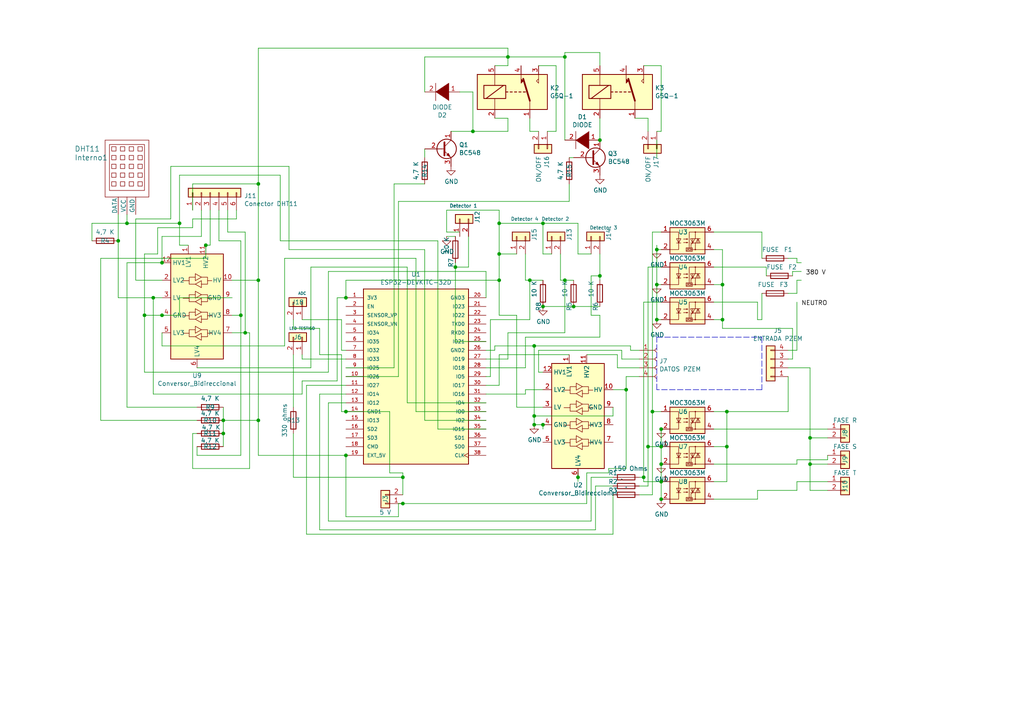
<source format=kicad_sch>
(kicad_sch (version 20231120) (generator "eeschema") (generator_version "8.0")
  (paper "A4")
  (lib_symbols
    (symbol "Connector_Generic:Conn_01x02" (pin_names (offset 1.016) hide)
      (property "Reference" "J" (at 0 2.54 0))
      (property "Value" "Conn_01x02" (at 0 -5.08 0))
      (symbol "Conn_01x02_1_1"
        (pin passive line (at -5.08 0 0) (length 3.81) (name "Pin_1") (number "1"))
        (pin passive line (at -5.08 -2.54 0) (length 3.81) (name "Pin_2") (number "2"))
      )
    )
    (symbol "Connector_Generic:Conn_01x04" (pin_names (offset 1.016) hide)
      (property "Reference" "J" (at 0 5.08 0))
      (property "Value" "Conn_01x04" (at 0 -7.62 0))
      (symbol "Conn_01x04_1_1"
        (pin passive line (at -5.08 2.54 0) (length 3.81) (name "Pin_1") (number "1"))
        (pin passive line (at -5.08 0 0) (length 3.81) (name "Pin_2") (number "2"))
        (pin passive line (at -5.08 -2.54 0) (length 3.81) (name "Pin_3") (number "3"))
        (pin passive line (at -5.08 -5.08 0) (length 3.81) (name "Pin_4") (number "4"))
      )
    )
    (symbol "Connector_Generic:Conn_01x06" (pin_names (offset 1.016) hide)
      (property "Reference" "J" (at 0 7.62 0))
      (property "Value" "Conn_01x06" (at 0 -10.16 0))
      (symbol "Conn_01x06_1_1"
        (pin passive line (at -5.08 5.08 0) (length 3.81) (name "Pin_1") (number "1"))
        (pin passive line (at -5.08 2.54 0) (length 3.81) (name "Pin_2") (number "2"))
        (pin passive line (at -5.08 0 0) (length 3.81) (name "Pin_3") (number "3"))
        (pin passive line (at -5.08 -2.54 0) (length 3.81) (name "Pin_4") (number "4"))
        (pin passive line (at -5.08 -5.08 0) (length 3.81) (name "Pin_5") (number "5"))
        (pin passive line (at -5.08 -7.62 0) (length 3.81) (name "Pin_6") (number "6"))
      )
    )
    (symbol "Device:Fuse" (pin_numbers hide) (pin_names (offset 0))
      (property "Reference" "F" (at 2.032 0 90))
      (property "Value" "Fuse" (at -1.905 0 90))
      (symbol "Fuse_1_1"
        (pin passive line (at 0 3.81 270) (length 1.27) (name "~") (number "1"))
        (pin passive line (at 0 -3.81 90) (length 1.27) (name "~") (number "2"))
      )
    )
    (symbol "MODULO-IoT-rescue:Conn_01x04_Female-Connector" (pin_names (offset 1.016) hide)
      (property "Reference" "J" (at 0 5.08 0))
      (property "Value" "Connector_Conn_01x04_Female" (at 0 -7.62 0))
      (symbol "Conn_01x04_Female-Connector_1_1"
        (pin passive line (at -5.08 2.54 0) (length 3.81) (name "Pin_1") (number "1"))
        (pin passive line (at -5.08 0 0) (length 3.81) (name "Pin_2") (number "2"))
        (pin passive line (at -5.08 -2.54 0) (length 3.81) (name "Pin_3") (number "3"))
        (pin passive line (at -5.08 -5.08 0) (length 3.81) (name "Pin_4") (number "4"))
      )
    )
    (symbol "MODULO-IoT-rescue:DHT11_Temperature_Humidity-sensors" (pin_numbers hide) (pin_names (offset 0))
      (property "Reference" "TH" (at 0 26.67 0))
      (property "Value" "sensors_DHT11_Temperature_Humidity" (at 0 24.13 0))
      (symbol "DHT11_Temperature_Humidity-sensors_1_1"
        (pin input line (at -2.54 0 90) (length 5.08) (name "DATA") (number "1"))
        (pin power_in line (at 0 0 90) (length 5.08) (name "VCC") (number "2"))
        (pin power_in line (at 2.54 0 90) (length 5.08) (name "GND") (number "3"))
      )
    )
    (symbol "MODULO-IoT-rescue:DIODE-pspice" (pin_names (offset 1.016) hide)
      (property "Reference" "D" (at 0 3.81 0))
      (property "Value" "pspice_DIODE" (at 0 -4.445 0))
      (symbol "DIODE-pspice_1_1"
        (pin input line (at -5.08 0 0) (length 3.81) (name "K") (number "1"))
        (pin input line (at 5.08 0 180) (length 3.81) (name "A") (number "2"))
      )
    )
    (symbol "MODULO-IoT-rescue:ESP32-DEVKITC-32D-ESP32-DEVKITC-32D" (pin_names (offset 1.016))
      (property "Reference" "U" (at -15.2654 26.0604 0))
      (property "Value" "ESP32-DEVKITC-32D_ESP32-DEVKITC-32D" (at -15.2654 -27.9654 0))
      (symbol "ESP32-DEVKITC-32D-ESP32-DEVKITC-32D_0_0"
        (pin power_in line (at -20.32 22.86 0) (length 5.08) (name "3V3") (number "1"))
        (pin bidirectional line (at -20.32 0 0) (length 5.08) (name "IO26") (number "10"))
        (pin bidirectional line (at -20.32 -2.54 0) (length 5.08) (name "IO27") (number "11"))
        (pin bidirectional line (at -20.32 -5.08 0) (length 5.08) (name "IO14") (number "12"))
        (pin bidirectional line (at -20.32 -7.62 0) (length 5.08) (name "IO12") (number "13"))
        (pin power_in line (at -20.32 -10.16 0) (length 5.08) (name "GND1") (number "14"))
        (pin bidirectional line (at -20.32 -12.7 0) (length 5.08) (name "IO13") (number "15"))
        (pin bidirectional line (at -20.32 -15.24 0) (length 5.08) (name "SD2") (number "16"))
        (pin bidirectional line (at -20.32 -17.78 0) (length 5.08) (name "SD3") (number "17"))
        (pin bidirectional line (at -20.32 -20.32 0) (length 5.08) (name "CMD") (number "18"))
        (pin power_in line (at -20.32 -22.86 0) (length 5.08) (name "EXT_5V") (number "19"))
        (pin input line (at -20.32 20.32 0) (length 5.08) (name "EN") (number "2"))
        (pin power_in line (at 20.32 22.86 180) (length 5.08) (name "GND3") (number "20"))
        (pin bidirectional line (at 20.32 20.32 180) (length 5.08) (name "IO23") (number "21"))
        (pin bidirectional line (at 20.32 17.78 180) (length 5.08) (name "IO22") (number "22"))
        (pin output line (at 20.32 15.24 180) (length 5.08) (name "TXD0") (number "23"))
        (pin input line (at 20.32 12.7 180) (length 5.08) (name "RXD0") (number "24"))
        (pin bidirectional line (at 20.32 10.16 180) (length 5.08) (name "IO21") (number "25"))
        (pin power_in line (at 20.32 7.62 180) (length 5.08) (name "GND2") (number "26"))
        (pin bidirectional line (at 20.32 5.08 180) (length 5.08) (name "IO19") (number "27"))
        (pin bidirectional line (at 20.32 2.54 180) (length 5.08) (name "IO18") (number "28"))
        (pin bidirectional line (at 20.32 0 180) (length 5.08) (name "IO5") (number "29"))
        (pin input line (at -20.32 17.78 0) (length 5.08) (name "SENSOR_VP") (number "3"))
        (pin bidirectional line (at 20.32 -2.54 180) (length 5.08) (name "IO17") (number "30"))
        (pin bidirectional line (at 20.32 -5.08 180) (length 5.08) (name "IO16") (number "31"))
        (pin bidirectional line (at 20.32 -7.62 180) (length 5.08) (name "IO4") (number "32"))
        (pin bidirectional line (at 20.32 -10.16 180) (length 5.08) (name "IO0") (number "33"))
        (pin bidirectional line (at 20.32 -12.7 180) (length 5.08) (name "IO2") (number "34"))
        (pin bidirectional line (at 20.32 -15.24 180) (length 5.08) (name "IO15") (number "35"))
        (pin bidirectional line (at 20.32 -17.78 180) (length 5.08) (name "SD1") (number "36"))
        (pin bidirectional line (at 20.32 -20.32 180) (length 5.08) (name "SD0") (number "37"))
        (pin input clock (at 20.32 -22.86 180) (length 5.08) (name "CLK") (number "38"))
        (pin input line (at -20.32 15.24 0) (length 5.08) (name "SENSOR_VN") (number "4"))
        (pin bidirectional line (at -20.32 12.7 0) (length 5.08) (name "IO34") (number "5"))
        (pin bidirectional line (at -20.32 10.16 0) (length 5.08) (name "IO35") (number "6"))
        (pin bidirectional line (at -20.32 7.62 0) (length 5.08) (name "IO32") (number "7"))
        (pin bidirectional line (at -20.32 5.08 0) (length 5.08) (name "IO33") (number "8"))
        (pin bidirectional line (at -20.32 2.54 0) (length 5.08) (name "IO25") (number "9"))
      )
    )
    (symbol "MODULO-IoT-rescue:GND-power" (power) (pin_names (offset 0))
      (property "Value" "power_GND" (at 0 -3.81 0))
      (symbol "GND-power_1_1"
        (pin power_in line (at 0 0 270) (length 0) hide (name "GND") (number "1"))
      )
    )
    (symbol "MODULO-IoT-rescue:TXB0104RUT-New_Library_1"
      (property "Reference" "U" (at -6.35 16.51 0))
      (property "Value" "New_Library_1_TXB0104RUT" (at 3.81 16.51 0))
      (symbol "TXB0104RUT-New_Library_1_1_1"
        (pin bidirectional line (at -2.54 17.78 270) (length 2.54) (name "LV1") (number "1"))
        (pin power_in line (at 10.16 7.62 180) (length 2.54) (name "HV") (number "10"))
        (pin bidirectional line (at 2.54 17.78 270) (length 2.54) (name "HV2") (number "11"))
        (pin bidirectional line (at -10.16 12.7 0) (length 2.54) (name "HV1") (number "12"))
        (pin bidirectional line (at -10.16 7.62 0) (length 2.54) (name "LV2") (number "2"))
        (pin power_in line (at -10.16 2.54 0) (length 2.54) (name "LV") (number "3"))
        (pin power_in line (at -10.16 -2.54 0) (length 2.54) (name "GND") (number "4"))
        (pin bidirectional line (at -10.16 -7.62 0) (length 2.54) (name "LV3") (number "5"))
        (pin bidirectional line (at 0 -17.78 90) (length 2.54) (name "LV4") (number "6"))
        (pin bidirectional line (at 10.16 -7.62 180) (length 2.54) (name "HV4") (number "7"))
        (pin bidirectional line (at 10.16 -2.54 180) (length 2.54) (name "HV3") (number "8"))
        (pin power_in line (at 10.16 2.54 180) (length 2.54) (name "GND") (number "9"))
      )
    )
    (symbol "Relay:G5LE-1"
      (property "Reference" "K" (at 11.43 3.81 0))
      (property "Value" "G5LE-1" (at 11.43 1.27 0))
      (symbol "G5LE-1_1_1"
        (pin passive line (at 5.08 -7.62 90) (length 2.54) (name "~") (number "1"))
        (pin passive line (at -5.08 -7.62 90) (length 2.54) (name "~") (number "2"))
        (pin passive line (at 7.62 7.62 270) (length 2.54) (name "~") (number "3"))
        (pin passive line (at 2.54 7.62 270) (length 2.54) (name "~") (number "4"))
        (pin passive line (at -5.08 7.62 270) (length 2.54) (name "~") (number "5"))
      )
    )
    (symbol "Relay_SolidState:MOC3063M"
      (property "Reference" "U" (at -5.08 5.08 0))
      (property "Value" "MOC3063M" (at 0 5.08 0))
      (symbol "MOC3063M_0_0"
        (text "ZCD" (at 0.508 -2.54 0) (effects (font (size 0.508 0.508))))
      )
      (symbol "MOC3063M_1_1"
        (pin passive line (at -7.62 2.54 0) (length 2.54) (name "~") (number "1"))
        (pin passive line (at -7.62 -2.54 0) (length 2.54) (name "~") (number "2"))
        (pin no_connect line (at -5.08 0 0) (length 2.54) hide (name "NC") (number "3"))
        (pin passive line (at 7.62 -2.54 180) (length 2.54) (name "~") (number "4"))
        (pin no_connect line (at 5.08 0 180) (length 2.54) hide (name "NC") (number "5"))
        (pin passive line (at 7.62 2.54 180) (length 2.54) (name "~") (number "6"))
      )
    )
    (symbol "Transistor_BJT:BC548" (pin_names (offset 0) hide)
      (property "Reference" "Q" (at 5.08 1.905 0))
      (property "Value" "BC548" (at 5.08 0 0))
      (symbol "BC548_1_1"
        (pin passive line (at 2.54 5.08 270) (length 2.54) (name "C") (number "1"))
        (pin input line (at -5.08 0 0) (length 5.08) (name "B") (number "2"))
        (pin passive line (at 2.54 -5.08 90) (length 2.54) (name "E") (number "3"))
      )
    )
  )
  (junction (at 166.37 88.9))
  (junction (at 209.55 82.55))
  (junction (at 157.48 88.9))
  (junction (at 154.94 123.19))
  (junction (at 187.96 129.54))
  (junction (at 116.84 138.43))
  (junction (at 41.91 91.44))
  (junction (at 190.5 82.55))
  (junction (at 191.77 129.54))
  (junction (at 189.23 119.38))
  (junction (at 234.95 127))
  (junction (at 74.93 121.92))
  (junction (at 210.82 129.54))
  (junction (at 191.77 139.7))
  (junction (at 154.94 100.33))
  (junction (at 59.69 71.12))
  (junction (at 210.82 119.38))
  (junction (at 191.77 124.46))
  (junction (at 144.78 64.77))
  (junction (at 209.55 92.71))
  (junction (at 163.83 16.51))
  (junction (at 64.77 125.73))
  (junction (at 144.78 81.28))
  (junction (at 163.83 81.28))
  (junction (at 36.83 64.77))
  (junction (at 173.99 80.01))
  (junction (at 157.48 64.77))
  (junction (at 69.85 91.44))
  (junction (at 190.5 72.39))
  (junction (at 132.08 77.47))
  (junction (at 74.93 81.28))
  (junction (at 186.69 138.43))
  (junction (at 100.33 132.08))
  (junction (at 74.93 53.34))
  (junction (at 52.07 64.77))
  (junction (at 100.33 119.38))
  (junction (at 153.67 81.28))
  (junction (at 46.99 91.44))
  (junction (at 154.94 120.65))
  (junction (at 100.33 86.36))
  (junction (at 167.64 138.43))
  (junction (at 144.78 73.66))
  (junction (at 137.16 38.1))
  (junction (at 34.29 69.85))
  (junction (at 46.99 76.2))
  (junction (at 181.61 113.03))
  (junction (at 64.77 121.92))
  (junction (at 173.99 40.64))
  (junction (at 116.84 146.05))
  (junction (at 71.12 96.52))
  (junction (at 191.77 134.62))
  (junction (at 234.95 134.62))
  (junction (at 190.5 92.71))
  (junction (at 191.77 144.78))
  (junction (at 157.48 123.19))
  (junction (at 44.45 86.36))
  (junction (at 147.32 16.51))
  (wire (pts (xy 231.14 133.35) (xy 240.03 133.35)))
  (wire (pts (xy 140.97 109.22) (xy 142.24 109.22)))
  (wire (pts (xy 231.14 85.09) (xy 231.14 81.28)))
  (wire (pts (xy 173.99 34.29) (xy 173.99 40.64)))
  (wire (pts (xy 36.83 64.77) (xy 26.67 64.77)))
  (wire (pts (xy 157.48 88.9) (xy 166.37 88.9)))
  (wire (pts (xy 240.03 133.35) (xy 240.03 132.08)))
  (wire (pts (xy 163.83 96.52) (xy 163.83 81.28)))
  (wire (pts (xy 67.31 81.28) (xy 74.93 81.28)))
  (polyline (pts (xy 190.5 113.03) (xy 190.5 97.79)) (stroke (width 0) (type dash)))
  (polyline (pts (xy 220.98 113.03) (xy 190.5 113.03)) (stroke (width 0) (type dash)))
  (wire (pts (xy 123.19 72.39) (xy 123.19 121.92)))
  (wire (pts (xy 190.5 82.55) (xy 190.5 72.39)))
  (wire (pts (xy 173.99 88.9) (xy 166.37 88.9)))
  (wire (pts (xy 95.25 151.13) (xy 171.45 151.13)))
  (wire (pts (xy 55.88 66.04) (xy 55.88 63.5)))
  (wire (pts (xy 57.15 106.68) (xy 90.17 106.68)))
  (wire (pts (xy 34.29 69.85) (xy 34.29 86.36)))
  (wire (pts (xy 81.28 69.85) (xy 127 69.85)))
  (wire (pts (xy 49.53 48.26) (xy 83.82 48.26)))
  (wire (pts (xy 209.55 92.71) (xy 209.55 82.55)))
  (wire (pts (xy 114.3 106.68) (xy 100.33 106.68)))
  (wire (pts (xy 85.09 95.25) (xy 92.71 95.25)))
  (wire (pts (xy 41.91 91.44) (xy 46.99 91.44)))
  (wire (pts (xy 140.97 106.68) (xy 152.4 106.68)))
  (wire (pts (xy 113.03 137.16) (xy 116.84 137.16)))
  (wire (pts (xy 173.99 15.24) (xy 173.99 19.05)))
  (wire (pts (xy 118.11 77.47) (xy 118.11 116.84)))
  (wire (pts (xy 228.6 101.6) (xy 231.14 101.6)))
  (wire (pts (xy 163.83 16.51) (xy 163.83 40.64)))
  (wire (pts (xy 46.99 68.58) (xy 58.42 68.58)))
  (wire (pts (xy 147.32 16.51) (xy 163.83 16.51)))
  (wire (pts (xy 64.77 121.92) (xy 74.93 121.92)))
  (wire (pts (xy 29.21 121.92) (xy 29.21 74.93)))
  (wire (pts (xy 132.08 77.47) (xy 135.89 77.47)))
  (wire (pts (xy 114.3 53.34) (xy 114.3 106.68)))
  (wire (pts (xy 190.5 92.71) (xy 191.77 92.71)))
  (wire (pts (xy 156.21 101.6) (xy 180.34 101.6)))
  (wire (pts (xy 185.42 140.97) (xy 187.96 140.97)))
  (wire (pts (xy 186.69 139.7) (xy 191.77 139.7)))
  (wire (pts (xy 113.03 119.38) (xy 113.03 137.16)))
  (wire (pts (xy 172.72 153.67) (xy 92.71 153.67)))
  (wire (pts (xy 85.09 138.43) (xy 116.84 138.43)))
  (wire (pts (xy 229.87 104.14) (xy 228.6 104.14)))
  (wire (pts (xy 171.45 151.13) (xy 171.45 138.43)))
  (wire (pts (xy 116.84 146.05) (xy 170.18 146.05)))
  (wire (pts (xy 87.63 114.3) (xy 87.63 110.49)))
  (wire (pts (xy 179.07 102.87) (xy 179.07 106.68)))
  (wire (pts (xy 115.57 109.22) (xy 100.33 109.22)))
  (wire (pts (xy 231.14 87.63) (xy 231.14 101.6)))
  (wire (pts (xy 87.63 92.71) (xy 99.06 92.71)))
  (wire (pts (xy 116.84 138.43) (xy 116.84 143.51)))
  (wire (pts (xy 184.15 34.29) (xy 187.96 34.29)))
  (wire (pts (xy 219.71 87.63) (xy 219.71 92.71)))
  (wire (pts (xy 58.42 60.96) (xy 58.42 68.58)))
  (wire (pts (xy 115.57 146.05) (xy 116.84 146.05)))
  (wire (pts (xy 45.72 73.66) (xy 45.72 66.04)))
  (wire (pts (xy 152.4 114.3) (xy 140.97 114.3)))
  (wire (pts (xy 92.71 114.3) (xy 100.33 114.3)))
  (wire (pts (xy 46.99 96.52) (xy 46.99 100.33)))
  (wire (pts (xy 185.42 109.22) (xy 181.61 109.22)))
  (wire (pts (xy 85.09 102.87) (xy 85.09 118.11)))
  (wire (pts (xy 152.4 97.79) (xy 173.99 97.79)))
  (wire (pts (xy 116.84 137.16) (xy 116.84 138.43)))
  (wire (pts (xy 147.32 38.1) (xy 147.32 34.29)))
  (wire (pts (xy 66.04 67.31) (xy 66.04 60.96)))
  (wire (pts (xy 207.01 124.46) (xy 240.03 124.46)))
  (wire (pts (xy 163.83 81.28) (xy 166.37 81.28)))
  (wire (pts (xy 41.91 73.66) (xy 45.72 73.66)))
  (wire (pts (xy 162.56 81.28) (xy 163.83 81.28)))
  (wire (pts (xy 90.17 77.47) (xy 118.11 77.47)))
  (wire (pts (xy 179.07 106.68) (xy 185.42 106.68)))
  (wire (pts (xy 185.42 138.43) (xy 186.69 138.43)))
  (wire (pts (xy 172.72 140.97) (xy 172.72 153.67)))
  (wire (pts (xy 185.42 143.51) (xy 189.23 143.51)))
  (wire (pts (xy 177.8 154.94) (xy 177.8 143.51)))
  (wire (pts (xy 191.77 77.47) (xy 187.96 77.47)))
  (wire (pts (xy 74.93 132.08) (xy 100.33 132.08)))
  (wire (pts (xy 222.25 77.47) (xy 222.25 80.01)))
  (wire (pts (xy 231.14 76.2) (xy 232.41 76.2)))
  (wire (pts (xy 69.85 91.44) (xy 69.85 69.85)))
  (wire (pts (xy 95.25 116.84) (xy 95.25 151.13)))
  (wire (pts (xy 127 69.85) (xy 127 124.46)))
  (wire (pts (xy 115.57 149.86) (xy 115.57 146.05)))
  (wire (pts (xy 153.67 81.28) (xy 157.48 81.28)))
  (wire (pts (xy 57.15 121.92) (xy 29.21 121.92)))
  (wire (pts (xy 191.77 129.54) (xy 191.77 134.62)))
  (wire (pts (xy 97.79 86.36) (xy 100.33 86.36)))
  (wire (pts (xy 41.91 73.66) (xy 41.91 91.44)))
  (wire (pts (xy 153.67 34.29) (xy 153.67 38.1)))
  (wire (pts (xy 157.48 64.77) (xy 157.48 73.66)))
  (wire (pts (xy 46.99 76.2) (xy 36.83 76.2)))
  (wire (pts (xy 167.64 137.16) (xy 167.64 138.43)))
  (wire (pts (xy 231.14 139.7) (xy 240.03 139.7)))
  (wire (pts (xy 209.55 82.55) (xy 207.01 82.55)))
  (wire (pts (xy 99.06 102.87) (xy 99.06 119.38)))
  (wire (pts (xy 36.83 62.23) (xy 36.83 64.77)))
  (wire (pts (xy 68.58 63.5) (xy 68.58 60.96)))
  (wire (pts (xy 57.15 132.08) (xy 69.85 132.08)))
  (wire (pts (xy 190.5 40.64) (xy 190.5 45.72)))
  (wire (pts (xy 154.94 100.33) (xy 154.94 120.65)))
  (wire (pts (xy 88.9 154.94) (xy 88.9 111.76)))
  (wire (pts (xy 44.45 86.36) (xy 44.45 114.3)))
  (wire (pts (xy 181.61 109.22) (xy 181.61 113.03)))
  (wire (pts (xy 41.91 107.95) (xy 95.25 107.95)))
  (wire (pts (xy 187.96 140.97) (xy 187.96 129.54)))
  (wire (pts (xy 143.51 101.6) (xy 140.97 101.6)))
  (wire (pts (xy 74.93 121.92) (xy 74.93 132.08)))
  (wire (pts (xy 129.54 60.96) (xy 129.54 67.31)))
  (wire (pts (xy 83.82 48.26) (xy 83.82 72.39)))
  (wire (pts (xy 144.78 73.66) (xy 149.86 73.66)))
  (wire (pts (xy 156.21 107.95) (xy 156.21 101.6)))
  (wire (pts (xy 100.33 104.14) (xy 87.63 104.14)))
  (wire (pts (xy 167.64 64.77) (xy 167.64 73.66)))
  (wire (pts (xy 87.63 110.49) (xy 97.79 110.49)))
  (wire (pts (xy 207.01 129.54) (xy 210.82 129.54)))
  (wire (pts (xy 144.78 81.28) (xy 100.33 81.28)))
  (wire (pts (xy 36.83 118.11) (xy 57.15 118.11)))
  (wire (pts (xy 67.31 86.36) (xy 52.07 86.36)))
  (wire (pts (xy 165.1 102.87) (xy 144.78 102.87)))
  (wire (pts (xy 81.28 50.8) (xy 81.28 69.85)))
  (wire (pts (xy 171.45 80.01) (xy 173.99 80.01)))
  (wire (pts (xy 180.34 104.14) (xy 185.42 104.14)))
  (wire (pts (xy 180.34 101.6) (xy 180.34 104.14)))
  (wire (pts (xy 219.71 144.78) (xy 219.71 142.24)))
  (wire (pts (xy 59.69 74.93) (xy 59.69 71.12)))
  (wire (pts (xy 52.07 50.8) (xy 81.28 50.8)))
  (wire (pts (xy 100.33 81.28) (xy 100.33 86.36)))
  (wire (pts (xy 163.83 15.24) (xy 173.99 15.24)))
  (wire (pts (xy 209.55 92.71) (xy 209.55 95.25)))
  (wire (pts (xy 152.4 97.79) (xy 152.4 106.68)))
  (wire (pts (xy 153.67 38.1) (xy 156.21 38.1)))
  (wire (pts (xy 95.25 78.74) (xy 95.25 107.95)))
  (wire (pts (xy 46.99 100.33) (xy 82.55 100.33)))
  (wire (pts (xy 228.6 106.68) (xy 234.95 106.68)))
  (wire (pts (xy 170.18 102.87) (xy 179.07 102.87)))
  (wire (pts (xy 45.72 66.04) (xy 55.88 66.04)))
  (wire (pts (xy 69.85 69.85) (xy 63.5 69.85)))
  (wire (pts (xy 144.78 64.77) (xy 144.78 60.96)))
  (wire (pts (xy 83.82 72.39) (xy 123.19 72.39)))
  (polyline (pts (xy 190.5 97.79) (xy 220.98 97.79)) (stroke (width 0) (type dash)))
  (wire (pts (xy 220.98 67.31) (xy 220.98 74.93)))
  (wire (pts (xy 64.77 125.73) (xy 64.77 129.54)))
  (wire (pts (xy 161.29 19.05) (xy 161.29 38.1)))
  (wire (pts (xy 123.19 121.92) (xy 140.97 121.92)))
  (wire (pts (xy 52.07 86.36) (xy 52.07 91.44)))
  (wire (pts (xy 191.77 38.1) (xy 190.5 38.1)))
  (wire (pts (xy 99.06 92.71) (xy 99.06 101.6)))
  (wire (pts (xy 173.99 73.66) (xy 173.99 80.01)))
  (wire (pts (xy 29.21 74.93) (xy 59.69 74.93)))
  (wire (pts (xy 228.6 119.38) (xy 210.82 119.38)))
  (wire (pts (xy 219.71 142.24) (xy 231.14 142.24)))
  (wire (pts (xy 72.39 135.89) (xy 72.39 96.52)))
  (wire (pts (xy 191.77 134.62) (xy 191.77 139.7)))
  (wire (pts (xy 190.5 71.12) (xy 190.5 72.39)))
  (wire (pts (xy 163.83 15.24) (xy 163.83 16.51)))
  (wire (pts (xy 231.14 142.24) (xy 231.14 139.7)))
  (wire (pts (xy 44.45 114.3) (xy 87.63 114.3)))
  (wire (pts (xy 57.15 129.54) (xy 57.15 132.08)))
  (wire (pts (xy 97.79 110.49) (xy 97.79 86.36)))
  (wire (pts (xy 71.12 67.31) (xy 71.12 96.52)))
  (wire (pts (xy 135.89 77.47) (xy 135.89 68.58)))
  (wire (pts (xy 231.14 81.28) (xy 232.41 81.28)))
  (wire (pts (xy 228.6 109.22) (xy 228.6 119.38)))
  (wire (pts (xy 74.93 53.34) (xy 55.88 53.34)))
  (wire (pts (xy 74.93 13.97) (xy 74.93 53.34)))
  (wire (pts (xy 55.88 125.73) (xy 55.88 135.89)))
  (wire (pts (xy 123.19 26.67) (xy 123.19 16.51)))
  (wire (pts (xy 234.95 134.62) (xy 234.95 142.24)))
  (wire (pts (xy 167.64 139.7) (xy 167.64 138.43)))
  (wire (pts (xy 207.01 77.47) (xy 222.25 77.47)))
  (wire (pts (xy 132.08 77.47) (xy 132.08 99.06)))
  (wire (pts (xy 191.77 119.38) (xy 189.23 119.38)))
  (wire (pts (xy 137.16 38.1) (xy 147.32 38.1)))
  (wire (pts (xy 220.98 85.09) (xy 220.98 92.71)))
  (wire (pts (xy 170.18 137.16) (xy 170.18 146.05)))
  (wire (pts (xy 36.83 76.2) (xy 36.83 118.11)))
  (polyline (pts (xy 220.98 97.79) (xy 220.98 113.03)) (stroke (width 0) (type dash)))
  (wire (pts (xy 207.01 144.78) (xy 219.71 144.78)))
  (wire (pts (xy 99.06 101.6) (xy 100.33 101.6)))
  (wire (pts (xy 127 124.46) (xy 140.97 124.46)))
  (wire (pts (xy 190.5 72.39) (xy 191.77 72.39)))
  (wire (pts (xy 52.07 71.12) (xy 52.07 64.77)))
  (wire (pts (xy 133.35 67.31) (xy 133.35 68.58)))
  (wire (pts (xy 189.23 67.31) (xy 189.23 119.38)))
  (wire (pts (xy 210.82 139.7) (xy 210.82 129.54)))
  (wire (pts (xy 207.01 72.39) (xy 209.55 72.39)))
  (wire (pts (xy 142.24 92.71) (xy 142.24 109.22)))
  (wire (pts (xy 191.77 129.54) (xy 187.96 129.54)))
  (wire (pts (xy 152.4 73.66) (xy 152.4 81.28)))
  (wire (pts (xy 207.01 92.71) (xy 209.55 92.71)))
  (wire (pts (xy 133.35 26.67) (xy 137.16 26.67)))
  (wire (pts (xy 231.14 74.93) (xy 231.14 76.2)))
  (wire (pts (xy 173.99 80.01) (xy 173.99 81.28)))
  (wire (pts (xy 144.78 64.77) (xy 157.48 64.77)))
  (wire (pts (xy 187.96 77.47) (xy 187.96 129.54)))
  (wire (pts (xy 229.87 95.25) (xy 229.87 104.14)))
  (wire (pts (xy 41.91 91.44) (xy 41.91 107.95)))
  (wire (pts (xy 55.88 63.5) (xy 68.58 63.5)))
  (wire (pts (xy 162.56 73.66) (xy 162.56 81.28)))
  (wire (pts (xy 231.14 134.62) (xy 231.14 133.35)))
  (wire (pts (xy 152.4 113.03) (xy 152.4 114.3)))
  (wire (pts (xy 147.32 19.05) (xy 147.32 16.51)))
  (wire (pts (xy 186.69 87.63) (xy 186.69 138.43)))
  (wire (pts (xy 219.71 92.71) (xy 220.98 92.71)))
  (wire (pts (xy 85.09 125.73) (xy 85.09 138.43)))
  (wire (pts (xy 147.32 96.52) (xy 147.32 104.14)))
  (wire (pts (xy 140.97 116.84) (xy 118.11 116.84)))
  (wire (pts (xy 144.78 60.96) (xy 129.54 60.96)))
  (wire (pts (xy 143.51 34.29) (xy 147.32 34.29)))
  (wire (pts (xy 171.45 138.43) (xy 177.8 138.43)))
  (wire (pts (xy 207.01 87.63) (xy 219.71 87.63)))
  (wire (pts (xy 157.48 73.66) (xy 160.02 73.66)))
  (wire (pts (xy 72.39 96.52) (xy 71.12 96.52)))
  (wire (pts (xy 234.95 142.24) (xy 240.03 142.24)))
  (wire (pts (xy 46.99 86.36) (xy 44.45 86.36)))
  (wire (pts (xy 191.77 139.7) (xy 191.77 144.78)))
  (wire (pts (xy 132.08 99.06) (xy 140.97 99.06)))
  (wire (pts (xy 147.32 104.14) (xy 140.97 104.14)))
  (wire (pts (xy 229.87 78.74) (xy 232.41 78.74)))
  (wire (pts (xy 234.95 127) (xy 234.95 134.62)))
  (wire (pts (xy 234.95 106.68) (xy 234.95 127)))
  (wire (pts (xy 207.01 139.7) (xy 210.82 139.7)))
  (wire (pts (xy 54.61 71.12) (xy 52.07 71.12)))
  (wire (pts (xy 55.88 135.89) (xy 72.39 135.89)))
  (wire (pts (xy 165.1 58.42) (xy 165.1 53.34)))
  (wire (pts (xy 144.78 73.66) (xy 144.78 64.77)))
  (wire (pts (xy 156.21 19.05) (xy 161.29 19.05)))
  (wire (pts (xy 154.94 120.65) (xy 154.94 123.19)))
  (wire (pts (xy 157.48 123.19) (xy 160.02 123.19)))
  (wire (pts (xy 52.07 64.77) (xy 52.07 50.8)))
  (wire (pts (xy 85.09 92.71) (xy 85.09 95.25)))
  (wire (pts (xy 92.71 95.25) (xy 92.71 102.87)))
  (wire (pts (xy 182.88 101.6) (xy 182.88 100.33)))
  (wire (pts (xy 82.55 100.33) (xy 82.55 74.93)))
  (wire (pts (xy 154.94 123.19) (xy 157.48 123.19)))
  (wire (pts (xy 191.77 124.46) (xy 191.77 129.54)))
  (wire (pts (xy 123.19 43.18) (xy 123.19 45.72)))
  (wire (pts (xy 229.87 80.01) (xy 229.87 78.74)))
  (wire (pts (xy 34.29 62.23) (xy 34.29 69.85)))
  (wire (pts (xy 157.48 64.77) (xy 167.64 64.77)))
  (wire (pts (xy 147.32 96.52) (xy 163.83 96.52)))
  (wire (pts (xy 209.55 72.39) (xy 209.55 82.55)))
  (wire (pts (xy 140.97 119.38) (xy 120.65 119.38)))
  (wire (pts (xy 99.06 119.38) (xy 100.33 119.38)))
  (wire (pts (xy 228.6 85.09) (xy 231.14 85.09)))
  (wire (pts (xy 144.78 81.28) (xy 144.78 91.44)))
  (wire (pts (xy 153.67 92.71) (xy 153.67 81.28)))
  (wire (pts (xy 207.01 134.62) (xy 231.14 134.62)))
  (wire (pts (xy 173.99 97.79) (xy 173.99 91.44)))
  (wire (pts (xy 186.69 19.05) (xy 191.77 19.05)))
  (wire (pts (xy 177.8 154.94) (xy 88.9 154.94)))
  (wire (pts (xy 60.96 60.96) (xy 60.96 71.12)))
  (wire (pts (xy 191.77 87.63) (xy 186.69 87.63)))
  (wire (pts (xy 114.3 53.34) (xy 123.19 53.34)))
  (wire (pts (xy 189.23 143.51) (xy 189.23 119.38)))
  (wire (pts (xy 95.25 116.84) (xy 100.33 116.84)))
  (wire (pts (xy 143.51 19.05) (xy 147.32 19.05)))
  (wire (pts (xy 207.01 67.31) (xy 220.98 67.31)))
  (wire (pts (xy 157.48 118.11) (xy 149.86 118.11)))
  (wire (pts (xy 210.82 129.54) (xy 210.82 119.38)))
  (wire (pts (xy 144.78 102.87) (xy 144.78 111.76)))
  (wire (pts (xy 181.61 135.89) (xy 176.53 135.89)))
  (wire (pts (xy 130.81 38.1) (xy 137.16 38.1)))
  (wire (pts (xy 177.8 113.03) (xy 181.61 113.03)))
  (wire (pts (xy 234.95 127) (xy 240.03 127)))
  (wire (pts (xy 234.95 134.62) (xy 240.03 134.62)))
  (wire (pts (xy 165.1 45.72) (xy 166.37 45.72)))
  (wire (pts (xy 191.77 19.05) (xy 191.77 38.1)))
  (wire (pts (xy 157.48 113.03) (xy 152.4 113.03)))
  (wire (pts (xy 181.61 113.03) (xy 181.61 135.89)))
  (wire (pts (xy 64.77 118.11) (xy 64.77 121.92)))
  (wire (pts (xy 74.93 81.28) (xy 74.93 121.92)))
  (wire (pts (xy 149.86 118.11) (xy 149.86 91.44)))
  (wire (pts (xy 176.53 135.89) (xy 176.53 137.16)))
  (wire (pts (xy 74.93 53.34) (xy 74.93 81.28)))
  (wire (pts (xy 173.99 91.44) (xy 171.45 91.44)))
  (wire (pts (xy 46.99 76.2) (xy 46.99 68.58)))
  (wire (pts (xy 161.29 38.1) (xy 158.75 38.1)))
  (wire (pts (xy 177.8 118.11) (xy 177.8 120.65)))
  (wire (pts (xy 92.71 114.3) (xy 92.71 153.67)))
  (wire (pts (xy 63.5 69.85) (xy 63.5 60.96)))
  (wire (pts (xy 209.55 95.25) (xy 229.87 95.25)))
  (wire (pts (xy 186.69 138.43) (xy 186.69 139.7)))
  (wire (pts (xy 171.45 91.44) (xy 171.45 80.01)))
  (wire (pts (xy 185.42 101.6) (xy 182.88 101.6)))
  (wire (pts (xy 190.5 82.55) (xy 190.5 92.71)))
  (wire (pts (xy 144.78 111.76) (xy 140.97 111.76)))
  (wire (pts (xy 143.51 100.33) (xy 143.51 101.6)))
  (wire (pts (xy 90.17 106.68) (xy 90.17 77.47)))
  (wire (pts (xy 132.08 76.2) (xy 132.08 77.47)))
  (wire (pts (xy 115.57 58.42) (xy 115.57 109.22)))
  (wire (pts (xy 191.77 67.31) (xy 189.23 67.31)))
  (wire (pts (xy 60.96 71.12) (xy 59.69 71.12)))
  (wire (pts (xy 123.19 16.51) (xy 147.32 16.51)))
  (wire (pts (xy 144.78 81.28) (xy 144.78 73.66)))
  (wire (pts (xy 177.8 140.97) (xy 172.72 140.97)))
  (wire (pts (xy 88.9 111.76) (xy 100.33 111.76)))
  (wire (pts (xy 92.71 102.87) (xy 99.06 102.87)))
  (wire (pts (xy 147.32 13.97) (xy 147.32 16.51)))
  (wire (pts (xy 39.37 63.5) (xy 49.53 63.5)))
  (wire (pts (xy 39.37 81.28) (xy 39.37 63.5)))
  (wire (pts (xy 187.96 34.29) (xy 187.96 38.1)))
  (wire (pts (xy 26.67 64.77) (xy 26.67 69.85)))
  (wire (pts (xy 140.97 78.74) (xy 140.97 86.36)))
  (wire (pts (xy 34.29 86.36) (xy 44.45 86.36)))
  (wire (pts (xy 67.31 96.52) (xy 71.12 96.52)))
  (wire (pts (xy 64.77 121.92) (xy 64.77 125.73)))
  (wire (pts (xy 129.54 67.31) (xy 133.35 67.31)))
  (wire (pts (xy 190.5 82.55) (xy 191.77 82.55)))
  (wire (pts (xy 231.14 74.93) (xy 228.6 74.93)))
  (wire (pts (xy 156.21 107.95) (xy 157.48 107.95)))
  (wire (pts (xy 182.88 100.33) (xy 154.94 100.33)))
  (wire (pts (xy 69.85 132.08) (xy 69.85 91.44)))
  (wire (pts (xy 57.15 125.73) (xy 55.88 125.73)))
  (wire (pts (xy 100.33 119.38) (xy 113.03 119.38)))
  (wire (pts (xy 152.4 81.28) (xy 153.67 81.28)))
  (wire (pts (xy 49.53 63.5) (xy 49.53 48.26)))
  (wire (pts (xy 115.57 58.42) (xy 165.1 58.42)))
  (wire (pts (xy 87.63 104.14) (xy 87.63 102.87)))
  (wire (pts (xy 52.07 91.44) (xy 46.99 91.44)))
  (wire (pts (xy 137.16 26.67) (xy 137.16 38.1)))
  (wire (pts (xy 100.33 132.08) (xy 100.33 149.86)))
  (wire (pts (xy 149.86 91.44) (xy 144.78 91.44)))
  (wire (pts (xy 55.88 53.34) (xy 55.88 60.96)))
  (wire (pts (xy 67.31 91.44) (xy 69.85 91.44)))
  (wire (pts (xy 71.12 67.31) (xy 66.04 67.31)))
  (wire (pts (xy 167.64 73.66) (xy 171.45 73.66)))
  (wire (pts (xy 129.54 68.58) (xy 132.08 68.58)))
  (wire (pts (xy 120.65 74.93) (xy 120.65 119.38)))
  (wire (pts (xy 207.01 119.38) (xy 210.82 119.38)))
  (wire (pts (xy 140.97 78.74) (xy 95.25 78.74)))
  (wire (pts (xy 142.24 92.71) (xy 153.67 92.71)))
  (wire (pts (xy 176.53 137.16) (xy 170.18 137.16)))
  (wire (pts (xy 82.55 74.93) (xy 120.65 74.93)))
  (wire (pts (xy 154.94 100.33) (xy 143.51 100.33)))
  (wire (pts (xy 36.83 64.77) (xy 52.07 64.77)))
  (wire (pts (xy 177.8 120.65) (xy 154.94 120.65)))
  (wire (pts (xy 46.99 81.28) (xy 39.37 81.28)))
  (wire (pts (xy 157.48 124.46) (xy 157.48 123.19)))
  (wire (pts (xy 147.32 13.97) (xy 74.93 13.97)))
  (wire (pts (xy 100.33 149.86) (xy 115.57 149.86)))
  (label "380 V" (at 233.68 80.01 0))
  (label "NEUTRO" (at 232.41 88.9 0))
  (symbol (lib_id "Device:Fuse") (at 224.79 74.93 270) (unit 1)
    (property "Reference" "F1" (at 228.6 72.39 90))
    (property "Value" "FUSE" (at 223.52 72.39 90))
    (property "Footprint" "Fuse:Fuse_Bourns_MF-RG300" (effects (hide yes)))
  )
  (symbol (lib_id "Device:Fuse") (at 226.06 80.01 270) (unit 1)
    (property "Reference" "F2" (at 229.87 77.47 90))
    (property "Value" "FUSE" (at 224.79 77.47 90))
    (property "Footprint" "Fuse:Fuse_Bourns_MF-RG300" (effects (hide yes)))
  )
  (symbol (lib_id "Device:Fuse") (at 224.79 85.09 270) (unit 1)
    (property "Reference" "F3" (at 227.33 82.55 90))
    (property "Value" "FUSE" (at 222.25 82.55 90))
    (property "Footprint" "Fuse:Fuse_Bourns_MF-RG300" (effects (hide yes)))
  )
  (symbol (lib_id "MODULO-IoT-rescue:TXB0104RUT-New_Library_1") (at 167.64 120.65 0) (unit 1)
    (property "Reference" "U2" (at 167.64 140.6906 0))
    (property "Value" "Conversor_Bidireccional" (at 167.64 143.002 0))
    (property "Footprint" "Package_DIP:DIP-12_W10.16mm_LongPads" (effects (hide yes)))
    (property "Datasheet" "http://www.ti.com/lit/ds/symlink/txb0104.pdf" (effects (hide yes)))
  )
  (symbol (lib_id "Relay_SolidState:MOC3063M") (at 199.39 69.85 0) (unit 1)
    (property "Reference" "U3" (at 198.12 67.31 0))
    (property "Value" "MOC3063M" (at 199.39 64.77 0))
    (property "Footprint" "Package_DIP:DIP-6_W7.62mm" (effects (hide yes)))
    (property "Datasheet" "https://www.onsemi.com/pub/Collateral/MOC3163M-D.pdf" (effects (hide yes)))
  )
  (symbol (lib_id "Relay_SolidState:MOC3063M") (at 199.39 80.01 0) (unit 1)
    (property "Reference" "U4" (at 198.12 77.47 0))
    (property "Value" "MOC3063M" (at 199.39 74.93 0))
    (property "Footprint" "Package_DIP:DIP-6_W7.62mm" (effects (hide yes)))
    (property "Datasheet" "https://www.onsemi.com/pub/Collateral/MOC3163M-D.pdf" (effects (hide yes)))
  )
  (symbol (lib_id "Relay_SolidState:MOC3063M") (at 199.39 90.17 0) (unit 1)
    (property "Reference" "U5" (at 198.12 87.63 0))
    (property "Value" "MOC3063M" (at 199.39 85.09 0))
    (property "Footprint" "Package_DIP:DIP-6_W7.62mm" (effects (hide yes)))
    (property "Datasheet" "https://www.onsemi.com/pub/Collateral/MOC3163M-D.pdf" (effects (hide yes)))
  )
  (symbol (lib_id "Relay_SolidState:MOC3063M") (at 199.39 121.92 0) (unit 1)
    (property "Reference" "U6" (at 198.12 119.38 0))
    (property "Value" "MOC3063M" (at 199.39 116.84 0))
    (property "Footprint" "Package_DIP:DIP-6_W7.62mm" (effects (hide yes)))
    (property "Datasheet" "https://www.onsemi.com/pub/Collateral/MOC3163M-D.pdf" (effects (hide yes)))
  )
  (symbol (lib_id "Relay_SolidState:MOC3063M") (at 199.39 132.08 0) (unit 1)
    (property "Reference" "U7" (at 198.12 129.54 0))
    (property "Value" "MOC3063M" (at 199.39 127 0))
    (property "Footprint" "Package_DIP:DIP-6_W7.62mm" (effects (hide yes)))
    (property "Datasheet" "https://www.onsemi.com/pub/Collateral/MOC3163M-D.pdf" (effects (hide yes)))
  )
  (symbol (lib_id "Relay_SolidState:MOC3063M") (at 199.39 142.24 0) (unit 1)
    (property "Reference" "U8" (at 198.12 139.7 0))
    (property "Value" "MOC3063M" (at 199.39 137.16 0))
    (property "Footprint" "Package_DIP:DIP-6_W7.62mm" (effects (hide yes)))
    (property "Datasheet" "https://www.onsemi.com/pub/Collateral/MOC3163M-D.pdf" (effects (hide yes)))
  )
  (symbol (lib_id "Connector_Generic:Conn_01x04") (at 223.52 106.68 180) (unit 1)
    (property "Reference" "J5" (at 225.6028 95.885 0))
    (property "Value" "ENTRADA PZEM" (at 225.6028 98.1964 0))
    (property "Footprint" "TerminalBlock_Phoenix:TerminalBlock_Phoenix_MKDS-1,5-4-5.08_1x04_P5.08mm_Horizontal" (effects (hide yes)))
  )
  (symbol (lib_id "MODULO-IoT-rescue:GND-power") (at 191.77 124.46 0) (unit 1)
    (property "Reference" "#PWR0103" (effects (hide yes)))
    (property "Value" "GND" (at 191.897 128.8542 0))
  )
  (symbol (lib_id "MODULO-IoT-rescue:GND-power") (at 191.77 134.62 0) (unit 1)
    (property "Reference" "#PWR0104" (effects (hide yes)))
    (property "Value" "GND" (at 191.897 139.0142 0))
  )
  (symbol (lib_id "MODULO-IoT-rescue:GND-power") (at 191.77 144.78 0) (unit 1)
    (property "Reference" "#PWR0105" (effects (hide yes)))
    (property "Value" "GND" (at 191.897 149.1742 0))
  )
  (symbol (lib_id "Device:Fuse") (at 30.48 69.85 270) (unit 1)
    (property "Reference" "R4" (at 30.48 69.85 90))
    (property "Value" "4,7 K" (at 30.48 67.31 90))
    (property "Footprint" "Resistor_THT:R_Axial_DIN0309_L9.0mm_D3.2mm_P5.08mm_Vertical" (effects (hide yes)))
  )
  (symbol (lib_id "Device:Fuse") (at 166.37 85.09 0) (unit 1)
    (property "Reference" "R5" (at 165.1 88.9 90))
    (property "Value" "10 K" (at 163.83 83.82 90))
    (property "Footprint" "Resistor_THT:R_Axial_DIN0207_L6.3mm_D2.5mm_P10.16mm_Horizontal" (effects (hide yes)))
  )
  (symbol (lib_id "Device:Fuse") (at 173.99 85.09 0) (unit 1)
    (property "Reference" "R6" (at 172.72 88.9 90))
    (property "Value" "10 K" (at 171.45 83.82 90))
    (property "Footprint" "Resistor_THT:R_Axial_DIN0207_L6.3mm_D2.5mm_P10.16mm_Horizontal" (effects (hide yes)))
  )
  (symbol (lib_id "Device:Fuse") (at 181.61 138.43 270) (unit 1)
    (property "Reference" "R1" (at 177.8 137.16 90))
    (property "Value" "150 Ohms" (at 182.88 135.89 90))
    (property "Footprint" "Resistor_THT:R_Axial_DIN0207_L6.3mm_D2.5mm_P10.16mm_Horizontal" (effects (hide yes)))
  )
  (symbol (lib_id "Device:Fuse") (at 181.61 140.97 270) (unit 1)
    (property "Reference" "R2" (at 177.8 139.7 90))
    (property "Value" "." (at 180.34 138.43 90))
    (property "Footprint" "Resistor_THT:R_Axial_DIN0207_L6.3mm_D2.5mm_P10.16mm_Horizontal" (effects (hide yes)))
  )
  (symbol (lib_id "Device:Fuse") (at 181.61 143.51 270) (unit 1)
    (property "Reference" "R3" (at 177.8 142.24 90))
    (property "Value" "." (at 181.61 140.8176 90))
    (property "Footprint" "Resistor_THT:R_Axial_DIN0207_L6.3mm_D2.5mm_P10.16mm_Horizontal" (effects (hide yes)))
  )
  (symbol (lib_id "MODULO-IoT-rescue:GND-power") (at 190.5 92.71 0) (unit 1)
    (property "Reference" "#PWR0106" (effects (hide yes)))
    (property "Value" "GND" (at 190.627 97.1042 0))
  )
  (symbol (lib_id "MODULO-IoT-rescue:GND-power") (at 190.5 72.39 0) (unit 1)
    (property "Reference" "#PWR0107" (effects (hide yes)))
    (property "Value" "GND" (at 190.627 76.7842 0))
  )
  (symbol (lib_id "MODULO-IoT-rescue:Conn_01x04_Female-Connector") (at 190.5 104.14 0) (unit 1)
    (property "Reference" "J7" (at 191.2112 104.7496 0) (effects (justify left)))
    (property "Value" "DATOS PZEM" (at 191.2112 107.061 0) (effects (justify left)))
    (property "Footprint" "Connector_PinHeader_2.54mm:PinHeader_1x04_P2.54mm_Vertical" (effects (hide yes)))
  )
  (symbol (lib_id "MODULO-IoT-rescue:GND-power") (at 190.5 82.55 0) (unit 1)
    (property "Reference" "#PWR0102" (effects (hide yes)))
    (property "Value" "GND" (at 190.627 86.9442 0))
  )
  (symbol (lib_id "MODULO-IoT-rescue:DHT11_Temperature_Humidity-sensors") (at 36.83 62.23 0) (unit 1)
    (property "Reference" "Interno1" (at 21.59 45.72 0) (effects (font (size 1.524 1.524)) (justify left)))
    (property "Value" "DHT11" (at 21.59 43.18 0) (effects (font (size 1.524 1.524)) (justify left)))
    (property "Footprint" "Sensor:Aosong_DHT11_5.5x12.0_P2.54mm" (effects (hide yes)))
  )
  (symbol (lib_id "MODULO-IoT-rescue:DIODE-pspice") (at 168.91 40.64 0) (mirror y) (unit 1)
    (property "Reference" "D1" (at 168.91 33.909 0))
    (property "Value" "DIODE" (at 168.91 36.2204 0))
    (property "Footprint" "Diode_THT:D_A-405_P2.54mm_Vertical_AnodeUp" (effects (hide yes)))
  )
  (symbol (lib_id "MODULO-IoT-rescue:DIODE-pspice") (at 128.27 26.67 180) (unit 1)
    (property "Reference" "D2" (at 128.27 33.401 0))
    (property "Value" "DIODE" (at 128.27 31.0896 0))
    (property "Footprint" "Diode_THT:D_A-405_P2.54mm_Vertical_AnodeUp" (effects (hide yes)))
  )
  (symbol (lib_id "Transistor_BJT:BC548") (at 128.27 43.18 0) (unit 1)
    (property "Reference" "Q1" (at 133.1214 42.0116 0) (effects (justify left)))
    (property "Value" "BC548" (at 133.1214 44.323 0) (effects (justify left)))
    (property "Footprint" "Package_TO_SOT_THT:TO-126-3_Vertical" (effects (hide yes)))
    (property "Datasheet" "https://www.onsemi.com/pub/Collateral/BC550-D.pdf" (effects (hide yes)))
  )
  (symbol (lib_id "Connector_Generic:Conn_01x02") (at 245.11 124.46 0) (unit 1)
    (property "Reference" "J8" (at 245.11 125.73 90))
    (property "Value" "FASE R" (at 245.11 121.92 0))
    (property "Footprint" "TerminalBlock_Phoenix:TerminalBlock_Phoenix_MKDS-1,5-2-5.08_1x02_P5.08mm_Horizontal" (effects (hide yes)))
  )
  (symbol (lib_id "Connector_Generic:Conn_01x02") (at 190.5 43.18 270) (unit 1)
    (property "Reference" "J17" (at 190.2968 45.212 0) (effects (justify left)))
    (property "Value" "ON/OFF" (at 187.9854 45.212 0) (effects (justify left)))
    (property "Footprint" "TerminalBlock_Phoenix:TerminalBlock_Phoenix_MKDS-1,5-2-5.08_1x02_P5.08mm_Horizontal" (effects (hide yes)))
  )
  (symbol (lib_id "Connector_Generic:Conn_01x02") (at 245.11 132.08 0) (unit 1)
    (property "Reference" "J9" (at 245.11 133.35 90))
    (property "Value" "FASE S" (at 245.11 129.54 0))
    (property "Footprint" "TerminalBlock_Phoenix:TerminalBlock_Phoenix_MKDS-1,5-2-5.08_1x02_P5.08mm_Horizontal" (effects (hide yes)))
  )
  (symbol (lib_id "Connector_Generic:Conn_01x02") (at 245.11 139.7 0) (unit 1)
    (property "Reference" "J10" (at 245.11 140.97 90))
    (property "Value" "FASE T" (at 245.11 137.16 0))
    (property "Footprint" "TerminalBlock_Phoenix:TerminalBlock_Phoenix_MKDS-1,5-2-5.08_1x02_P5.08mm_Horizontal" (effects (hide yes)))
  )
  (symbol (lib_id "Transistor_BJT:BC548") (at 171.45 45.72 0) (unit 1)
    (property "Reference" "Q3" (at 176.3014 44.5516 0) (effects (justify left)))
    (property "Value" "BC548" (at 176.3014 46.863 0) (effects (justify left)))
    (property "Footprint" "Package_TO_SOT_THT:TO-126-3_Vertical" (effects (hide yes)))
    (property "Datasheet" "https://www.onsemi.com/pub/Collateral/BC550-D.pdf" (effects (hide yes)))
  )
  (symbol (lib_id "Device:Fuse") (at 157.48 85.09 0) (unit 1)
    (property "Reference" "R8" (at 156.21 88.9 90))
    (property "Value" "10 K" (at 154.94 83.82 90))
    (property "Footprint" "Resistor_THT:R_Axial_DIN0207_L6.3mm_D2.5mm_P10.16mm_Horizontal" (effects (hide yes)))
  )
  (symbol (lib_id "MODULO-IoT-rescue:ESP32-DEVKITC-32D-ESP32-DEVKITC-32D") (at 120.65 109.22 0) (unit 1)
    (property "Reference" "U1" (at 120.65 79.5782 0))
    (property "Value" "ESP32-DEVKITC-32D" (at 120.65 81.8896 0))
    (property "Footprint" "ESP32-PLACA_CONTROL:MODULE_ESP32-DEVKITC-32D" (effects (hide yes)))
    (property "Description" "WiFi Development Tools (802.11) ESP32 General Development Kit, ESP32-WROOM-32D on the board" (effects (hide yes)))
    (property "Availability" "In Stock" (effects (hide yes)))
    (property "Price" "None" (effects (hide yes)))
    (property "Package" "None" (effects (hide yes)))
    (property "MP" "ESP32-DEVKITC-32D" (effects (hide yes)))
    (property "MF" "Espressif Systems" (effects (hide yes)))
    (property "Purchase-URL" "https://pricing.snapeda.com/search/part/ESP32-DEVKITC-32D/?ref=eda" (effects (hide yes)))
  )
  (symbol (lib_id "Connector_Generic:Conn_01x02") (at 111.76 146.05 180) (unit 1)
    (property "Reference" "J3" (at 111.76 144.78 90))
    (property "Value" "5 V" (at 111.76 148.59 0))
    (property "Footprint" "Connector_PinHeader_2.54mm:PinHeader_1x02_P2.54mm_Vertical" (effects (hide yes)))
  )
  (symbol (lib_id "Connector_Generic:Conn_01x02") (at 158.75 43.18 270) (unit 1)
    (property "Reference" "J16" (at 158.5468 45.212 0) (effects (justify left)))
    (property "Value" "ON/OFF" (at 156.2354 45.212 0) (effects (justify left)))
    (property "Footprint" "TerminalBlock_Phoenix:TerminalBlock_Phoenix_MKDS-1,5-2-5.08_1x02_P5.08mm_Horizontal" (effects (hide yes)))
  )
  (symbol (lib_id "Connector_Generic:Conn_01x02") (at 160.02 68.58 90) (unit 1)
    (property "Reference" "J13" (at 165.1 69.85 0) (effects (justify left)))
    (property "Value" "Detector 2" (at 165.1 63.5 90) (effects (font (size 0.9906 0.9906)) (justify left)))
    (property "Footprint" "TerminalBlock_Phoenix:TerminalBlock_Phoenix_MKDS-1,5-2-5.08_1x02_P5.08mm_Horizontal" (effects (hide yes)))
  )
  (symbol (lib_id "Connector_Generic:Conn_01x02") (at 171.45 68.58 90) (unit 1)
    (property "Reference" "J14" (at 176.53 69.85 0) (effects (justify left)))
    (property "Value" "Detector 3" (at 179.07 66.04 90) (effects (font (size 0.9906 0.9906)) (justify left)))
    (property "Footprint" "TerminalBlock_Phoenix:TerminalBlock_Phoenix_MKDS-1,5-2-5.08_1x02_P5.08mm_Horizontal" (effects (hide yes)))
  )
  (symbol (lib_id "Connector_Generic:Conn_01x02") (at 149.86 68.58 90) (unit 1)
    (property "Reference" "J15" (at 154.94 69.85 0) (effects (justify left)))
    (property "Value" "Detector 4" (at 156.21 63.5 90) (effects (font (size 0.9906 0.9906)) (justify left)))
    (property "Footprint" "TerminalBlock_Phoenix:TerminalBlock_Phoenix_MKDS-1,5-2-5.08_1x02_P5.08mm_Horizontal" (effects (hide yes)))
  )
  (symbol (lib_id "Connector_Generic:Conn_01x06") (at 60.96 55.88 90) (unit 1)
    (property "Reference" "J11" (at 70.8152 56.7944 90) (effects (justify right)))
    (property "Value" "Conector DHT11" (at 70.8152 59.1058 90) (effects (justify right)))
    (property "Footprint" "TerminalBlock_Phoenix:TerminalBlock_Phoenix_MKDS-1,5-6_1x06_P5.00mm_Horizontal" (effects (hide yes)))
  )
  (symbol (lib_id "MODULO-IoT-rescue:TXB0104RUT-New_Library_1") (at 57.15 88.9 0) (unit 1)
    (property "Reference" "U9" (at 57.15 108.9406 0))
    (property "Value" "Conversor_Bidireccional" (at 57.15 111.252 0))
    (property "Footprint" "Package_DIP:DIP-12_W10.16mm_LongPads" (effects (hide yes)))
    (property "Datasheet" "http://www.ti.com/lit/ds/symlink/txb0104.pdf" (effects (hide yes)))
  )
  (symbol (lib_id "MODULO-IoT-rescue:GND-power") (at 154.94 123.19 0) (unit 1)
    (property "Reference" "#PWR0101" (effects (hide yes)))
    (property "Value" "GND" (at 155.067 127.5842 0))
  )
  (symbol (lib_id "MODULO-IoT-rescue:GND-power") (at 157.48 88.9 0) (unit 1)
    (property "Reference" "#PWR0108" (effects (hide yes)))
    (property "Value" "GND" (at 157.607 93.2942 0))
  )
  (symbol (lib_id "Connector_Generic:Conn_01x02") (at 133.35 63.5 90) (unit 1)
    (property "Reference" "J12" (at 138.43 64.77 0) (effects (justify left)))
    (property "Value" "Detector 1" (at 138.43 59.69 90) (effects (font (size 0.9906 0.9906)) (justify left)))
    (property "Footprint" "TerminalBlock_Phoenix:TerminalBlock_Phoenix_MKDS-1,5-2-5.08_1x02_P5.08mm_Horizontal" (effects (hide yes)))
  )
  (symbol (lib_id "Device:Fuse") (at 132.08 72.39 0) (unit 1)
    (property "Reference" "R7" (at 130.81 76.2 90))
    (property "Value" "10 K" (at 129.54 71.12 90))
    (property "Footprint" "Resistor_THT:R_Axial_DIN0207_L6.3mm_D2.5mm_P10.16mm_Horizontal" (effects (hide yes)))
  )
  (symbol (lib_id "MODULO-IoT-rescue:GND-power") (at 129.54 68.58 0) (unit 1)
    (property "Reference" "#PWR0110" (effects (hide yes)))
    (property "Value" "GND" (at 129.667 72.9742 0))
  )
  (symbol (lib_id "Connector_Generic:Conn_01x02") (at 87.63 97.79 270) (mirror x) (unit 1)
    (property "Reference" "J6" (at 86.36 97.79 90))
    (property "Value" "LED TESTIGO" (at 87.63 95.25 90) (effects (font (size 0.7874 0.7874))))
    (property "Footprint" "Connector_PinHeader_2.54mm:PinHeader_1x02_P2.54mm_Vertical" (effects (hide yes)))
  )
  (symbol (lib_id "MODULO-IoT-rescue:GND-power") (at 130.81 48.26 0) (unit 1)
    (property "Reference" "#PWR0111" (effects (hide yes)))
    (property "Value" "GND" (at 130.937 52.6542 0))
  )
  (symbol (lib_id "Device:Fuse") (at 60.96 118.11 270) (unit 1)
    (property "Reference" "R9" (at 60.96 118.11 90))
    (property "Value" "4,7 K" (at 60.96 115.57 90))
    (property "Footprint" "Resistor_THT:R_Axial_DIN0309_L9.0mm_D3.2mm_P5.08mm_Vertical" (effects (hide yes)))
  )
  (symbol (lib_id "Device:Fuse") (at 60.96 121.92 270) (unit 1)
    (property "Reference" "R10" (at 60.96 121.92 90))
    (property "Value" "4,7 K" (at 60.96 119.888 90))
    (property "Footprint" "Resistor_THT:R_Axial_DIN0309_L9.0mm_D3.2mm_P5.08mm_Vertical" (effects (hide yes)))
  )
  (symbol (lib_id "Device:Fuse") (at 60.96 125.73 270) (unit 1)
    (property "Reference" "R11" (at 60.96 125.73 90))
    (property "Value" "4,7 K" (at 61.214 123.952 90))
    (property "Footprint" "Resistor_THT:R_Axial_DIN0309_L9.0mm_D3.2mm_P5.08mm_Vertical" (effects (hide yes)))
  )
  (symbol (lib_id "Device:Fuse") (at 60.96 129.54 270) (unit 1)
    (property "Reference" "R12" (at 60.96 129.54 90))
    (property "Value" "4,7 K" (at 60.96 127.762 90))
    (property "Footprint" "Resistor_THT:R_Axial_DIN0309_L9.0mm_D3.2mm_P5.08mm_Vertical" (effects (hide yes)))
  )
  (symbol (lib_id "Device:Fuse") (at 85.09 121.92 0) (unit 1)
    (property "Reference" "R13" (at 85.09 121.92 0))
    (property "Value" "330 ohms" (at 82.55 121.92 90))
    (property "Footprint" "Resistor_THT:R_Axial_DIN0309_L9.0mm_D3.2mm_P5.08mm_Vertical" (effects (hide yes)))
  )
  (symbol (lib_id "Relay:G5LE-1") (at 148.59 26.67 0) (unit 1)
    (property "Reference" "K2" (at 159.512 25.5016 0) (effects (justify left)))
    (property "Value" "G5Q-1" (at 159.512 27.813 0) (effects (justify left)))
    (property "Footprint" "Relay_THT:Relay_SPDT_Omron-G5LE-1" (effects (hide yes)))
    (property "Datasheet" "https://www.omron.com/ecb/products/pdf/en-g5q.pdf" (effects (hide yes)))
  )
  (symbol (lib_id "Relay:G5LE-1") (at 179.07 26.67 0) (unit 1)
    (property "Reference" "K3" (at 189.992 25.5016 0) (effects (justify left)))
    (property "Value" "G5Q-1" (at 189.992 27.813 0) (effects (justify left)))
    (property "Footprint" "Relay_THT:Relay_SPDT_Omron-G5LE-1" (effects (hide yes)))
    (property "Datasheet" "https://www.omron.com/ecb/products/pdf/en-g5q.pdf" (effects (hide yes)))
  )
  (symbol (lib_id "MODULO-IoT-rescue:GND-power") (at 173.99 50.8 0) (unit 1)
    (property "Reference" "#PWR0109" (effects (hide yes)))
    (property "Value" "GND" (at 174.117 55.1942 0))
  )
  (symbol (lib_id "Device:Fuse") (at 165.1 49.53 0) (unit 1)
    (property "Reference" "R15" (at 165.1 49.53 90))
    (property "Value" "4,7 K" (at 162.56 49.53 90))
    (property "Footprint" "Resistor_THT:R_Axial_DIN0309_L9.0mm_D3.2mm_P5.08mm_Vertical" (effects (hide yes)))
  )
  (symbol (lib_id "Device:Fuse") (at 123.19 49.53 0) (unit 1)
    (property "Reference" "R14" (at 123.19 49.53 90))
    (property "Value" "4,7 K" (at 120.65 49.53 90))
    (property "Footprint" "Resistor_THT:R_Axial_DIN0309_L9.0mm_D3.2mm_P5.08mm_Vertical" (effects (hide yes)))
  )
  (symbol (lib_id "Connector_Generic:Conn_01x02") (at 87.63 87.63 270) (mirror x) (unit 1)
    (property "Reference" "J18" (at 86.36 87.63 90))
    (property "Value" "ADC" (at 87.63 85.09 90) (effects (font (size 0.7874 0.7874))))
    (property "Footprint" "Connector_PinHeader_2.54mm:PinHeader_1x02_P2.54mm_Vertical" (effects (hide yes)))
  )
)
</source>
